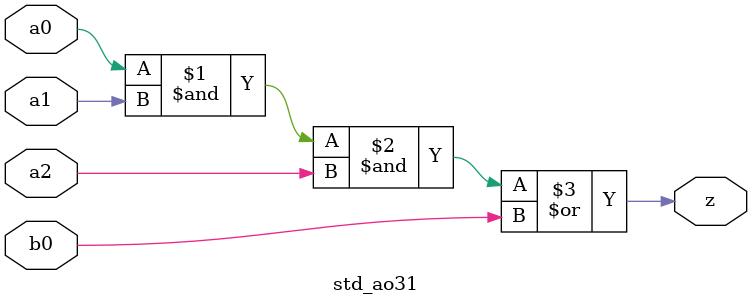
<source format=sv>

module std_ao31 #(parameter DW = 1 ) // array width
(
	input [DW-1:0]  a0,
	input [DW-1:0]  a1,
	input [DW-1:0]  a2,
	input [DW-1:0]  b0, 
	output [DW-1:0] z
);

assign z = (a0 & a1 & a2) | b0;

endmodule

</source>
